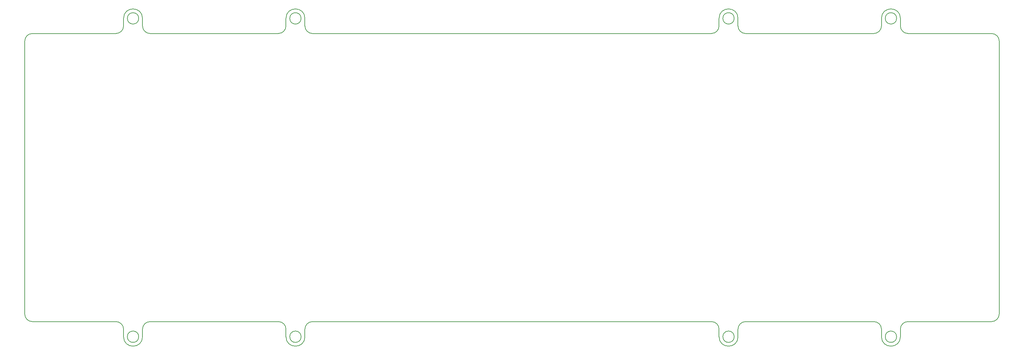
<source format=gbr>
%TF.GenerationSoftware,KiCad,Pcbnew,(7.0.0-rc1-163-g06a2e950fd)*%
%TF.CreationDate,2023-02-21T11:22:40+01:00*%
%TF.ProjectId,pcb,7063622e-6b69-4636-9164-5f7063625858,rev?*%
%TF.SameCoordinates,Original*%
%TF.FileFunction,Profile,NP*%
%FSLAX46Y46*%
G04 Gerber Fmt 4.6, Leading zero omitted, Abs format (unit mm)*
G04 Created by KiCad (PCBNEW (7.0.0-rc1-163-g06a2e950fd)) date 2023-02-21 11:22:40*
%MOMM*%
%LPD*%
G01*
G04 APERTURE LIST*
%TA.AperFunction,Profile*%
%ADD10C,0.200000*%
%TD*%
G04 APERTURE END LIST*
D10*
X22835252Y11128328D02*
G75*
G03*
X20835252Y9128321I8J-2000008D01*
G01*
X-167402248Y13128321D02*
G75*
G03*
X-165402248Y11128321I1999999J-1D01*
G01*
X56697752Y87328321D02*
X22835252Y87328321D01*
X-93464748Y89328321D02*
G75*
G03*
X-91464748Y87328321I1999999J-1D01*
G01*
X89772752Y13128321D02*
X89772752Y85328321D01*
X-134327248Y11128321D02*
X-100464748Y11128321D01*
X20835252Y89328321D02*
X20835252Y91328321D01*
X-165402248Y11128321D02*
X-143327248Y11128321D01*
X-94464748Y91328321D02*
G75*
G03*
X-94464748Y91328321I-1500000J0D01*
G01*
X-136327248Y89328321D02*
X-136327248Y91328321D01*
X63697821Y89328321D02*
G75*
G03*
X65697752Y87328321I2000079J79D01*
G01*
X-93464748Y7128321D02*
X-93464748Y9128321D01*
X-98464748Y91328321D02*
X-98464748Y89328321D01*
X-141327248Y9128321D02*
G75*
G03*
X-143327248Y11128321I-1999999J1D01*
G01*
X15835252Y7128321D02*
G75*
G03*
X20835252Y7128321I2500000J0D01*
G01*
X-91464748Y11128321D02*
G75*
G03*
X-93464748Y9128321I-1J-1999999D01*
G01*
X-98464748Y7128321D02*
G75*
G03*
X-93464748Y7128321I2500000J0D01*
G01*
X20835252Y7128321D02*
X20835252Y9128321D01*
X87772752Y11128348D02*
G75*
G03*
X89772752Y13128321I48J1999952D01*
G01*
X-143327248Y87328321D02*
X-165402248Y87328321D01*
X58697752Y7128321D02*
G75*
G03*
X63697752Y7128321I2500000J0D01*
G01*
X58697752Y91328321D02*
X58697752Y89328321D01*
X22835252Y11128321D02*
X56697752Y11128321D01*
X63697752Y91328321D02*
G75*
G03*
X58697752Y91328321I-2500000J0D01*
G01*
X-100464748Y87328321D02*
G75*
G03*
X-98464748Y89328321I1J1999999D01*
G01*
X-93464748Y89328321D02*
X-93464748Y91328321D01*
X-165402248Y87328321D02*
G75*
G03*
X-167402248Y85328321I-1J-1999999D01*
G01*
X62697752Y7128321D02*
G75*
G03*
X62697752Y7128321I-1500000J0D01*
G01*
X19835252Y91328321D02*
G75*
G03*
X19835252Y91328321I-1500000J0D01*
G01*
X87772752Y87328321D02*
X65697752Y87328321D01*
X65697752Y11128348D02*
G75*
G03*
X63697752Y9128321I48J-2000048D01*
G01*
X58697821Y9128321D02*
G75*
G03*
X56697752Y11128321I-1999921J79D01*
G01*
X-91464748Y11128321D02*
X13835252Y11128321D01*
X-141327248Y91328321D02*
X-141327248Y89328321D01*
X-136327248Y89328321D02*
G75*
G03*
X-134327248Y87328321I1999999J-1D01*
G01*
X-137327248Y7128321D02*
G75*
G03*
X-137327248Y7128321I-1500000J0D01*
G01*
X58697752Y9128321D02*
X58697752Y7128321D01*
X-134327248Y11128321D02*
G75*
G03*
X-136327248Y9128321I-1J-1999999D01*
G01*
X20835251Y89328321D02*
G75*
G03*
X22835252Y87328321I1999999J-1D01*
G01*
X15835252Y91328321D02*
X15835252Y89328321D01*
X-98464748Y9128321D02*
G75*
G03*
X-100464748Y11128321I-1999999J1D01*
G01*
X-143327248Y87328321D02*
G75*
G03*
X-141327248Y89328321I1J1999999D01*
G01*
X19835252Y7128321D02*
G75*
G03*
X19835252Y7128321I-1500000J0D01*
G01*
X-136327248Y7128321D02*
X-136327248Y9128321D01*
X-137327248Y91328321D02*
G75*
G03*
X-137327248Y91328321I-1500000J0D01*
G01*
X56697752Y87328348D02*
G75*
G03*
X58697752Y89328321I48J1999952D01*
G01*
X-136327248Y91328321D02*
G75*
G03*
X-141327248Y91328321I-2500000J0D01*
G01*
X-167402248Y85328321D02*
X-167402248Y13128321D01*
X13835252Y87328321D02*
X-91464748Y87328321D01*
X13835252Y87328328D02*
G75*
G03*
X15835252Y89328321I8J1999992D01*
G01*
X15835251Y9128321D02*
G75*
G03*
X13835252Y11128321I-2000001J-1D01*
G01*
X89772821Y85328321D02*
G75*
G03*
X87772752Y87328321I-1999921J79D01*
G01*
X-98464748Y9128321D02*
X-98464748Y7128321D01*
X-100464748Y87328321D02*
X-134327248Y87328321D01*
X20835252Y91328321D02*
G75*
G03*
X15835252Y91328321I-2500000J0D01*
G01*
X62697752Y91328321D02*
G75*
G03*
X62697752Y91328321I-1500000J0D01*
G01*
X63697752Y89328321D02*
X63697752Y91328321D01*
X-93464748Y91328321D02*
G75*
G03*
X-98464748Y91328321I-2500000J0D01*
G01*
X-141327248Y9128321D02*
X-141327248Y7128321D01*
X63697752Y7128321D02*
X63697752Y9128321D01*
X15835252Y9128321D02*
X15835252Y7128321D01*
X65697752Y11128321D02*
X87772752Y11128321D01*
X-141327248Y7128321D02*
G75*
G03*
X-136327248Y7128321I2500000J0D01*
G01*
X-94464748Y7128321D02*
G75*
G03*
X-94464748Y7128321I-1500000J0D01*
G01*
M02*

</source>
